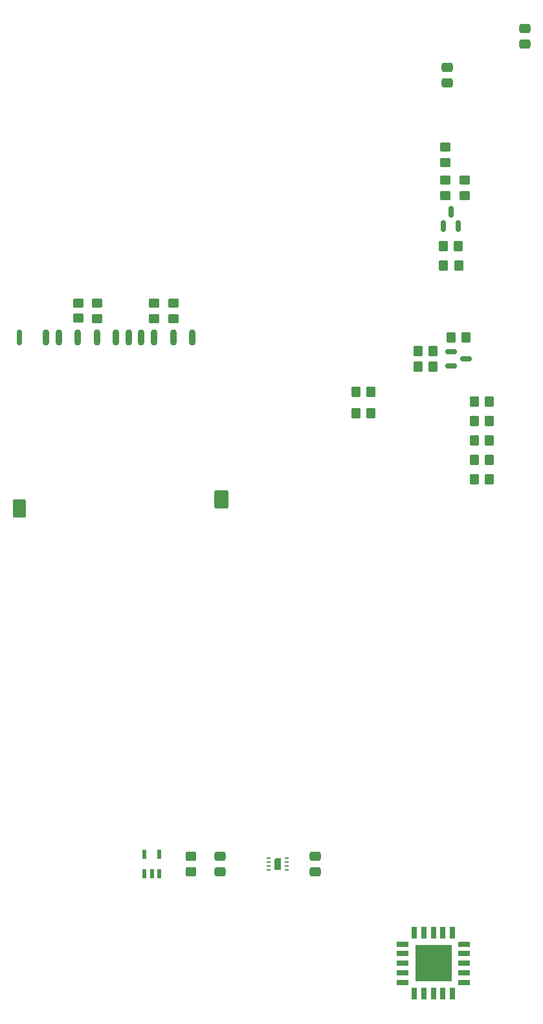
<source format=gbr>
%TF.GenerationSoftware,KiCad,Pcbnew,6.0.2+dfsg-1*%
%TF.CreationDate,2022-11-10T09:56:39+01:00*%
%TF.ProjectId,DL,444c2e6b-6963-4616-945f-706362585858,rev?*%
%TF.SameCoordinates,Original*%
%TF.FileFunction,Paste,Top*%
%TF.FilePolarity,Positive*%
%FSLAX46Y46*%
G04 Gerber Fmt 4.6, Leading zero omitted, Abs format (unit mm)*
G04 Created by KiCad (PCBNEW 6.0.2+dfsg-1) date 2022-11-10 09:56:39*
%MOMM*%
%LPD*%
G01*
G04 APERTURE LIST*
G04 Aperture macros list*
%AMRoundRect*
0 Rectangle with rounded corners*
0 $1 Rounding radius*
0 $2 $3 $4 $5 $6 $7 $8 $9 X,Y pos of 4 corners*
0 Add a 4 corners polygon primitive as box body*
4,1,4,$2,$3,$4,$5,$6,$7,$8,$9,$2,$3,0*
0 Add four circle primitives for the rounded corners*
1,1,$1+$1,$2,$3*
1,1,$1+$1,$4,$5*
1,1,$1+$1,$6,$7*
1,1,$1+$1,$8,$9*
0 Add four rect primitives between the rounded corners*
20,1,$1+$1,$2,$3,$4,$5,0*
20,1,$1+$1,$4,$5,$6,$7,0*
20,1,$1+$1,$6,$7,$8,$9,0*
20,1,$1+$1,$8,$9,$2,$3,0*%
%AMFreePoly0*
4,1,6,0.450000,-0.800000,-0.450000,-0.800000,-0.450000,0.530000,-0.180000,0.800000,0.450000,0.800000,0.450000,-0.800000,0.450000,-0.800000,$1*%
G04 Aperture macros list end*
%ADD10RoundRect,0.250000X0.350000X0.450000X-0.350000X0.450000X-0.350000X-0.450000X0.350000X-0.450000X0*%
%ADD11RoundRect,0.250000X-0.450000X0.350000X-0.450000X-0.350000X0.450000X-0.350000X0.450000X0.350000X0*%
%ADD12RoundRect,0.150000X-0.587500X-0.150000X0.587500X-0.150000X0.587500X0.150000X-0.587500X0.150000X0*%
%ADD13RoundRect,0.150000X0.150000X-0.587500X0.150000X0.587500X-0.150000X0.587500X-0.150000X-0.587500X0*%
%ADD14RoundRect,0.250000X0.450000X-0.350000X0.450000X0.350000X-0.450000X0.350000X-0.450000X-0.350000X0*%
%ADD15R,0.600000X1.150000*%
%ADD16RoundRect,0.250000X0.475000X-0.337500X0.475000X0.337500X-0.475000X0.337500X-0.475000X-0.337500X0*%
%ADD17RoundRect,0.250000X-0.350000X-0.450000X0.350000X-0.450000X0.350000X0.450000X-0.350000X0.450000X0*%
%ADD18RoundRect,0.250400X-0.149600X-0.749600X0.149600X-0.749600X0.149600X0.749600X-0.149600X0.749600X0*%
%ADD19RoundRect,0.249900X-0.100100X-0.750100X0.100100X-0.750100X0.100100X0.750100X-0.100100X0.750100X0*%
%ADD20RoundRect,0.250200X-0.649800X-0.949800X0.649800X-0.949800X0.649800X0.949800X-0.649800X0.949800X0*%
%ADD21RoundRect,0.249900X-0.600100X-0.950100X0.600100X-0.950100X0.600100X0.950100X-0.600100X0.950100X0*%
%ADD22R,0.800000X1.500000*%
%ADD23R,1.500000X0.800000*%
%ADD24R,4.800000X4.800000*%
%ADD25RoundRect,0.250000X-0.475000X0.337500X-0.475000X-0.337500X0.475000X-0.337500X0.475000X0.337500X0*%
%ADD26FreePoly0,0.000000*%
%ADD27R,0.550000X0.250000*%
G04 APERTURE END LIST*
D10*
%TO.C,R17*%
X81010000Y-85090000D03*
X79010000Y-85090000D03*
%TD*%
D11*
%TO.C,R14*%
X27178000Y-64561500D03*
X27178000Y-66561500D03*
%TD*%
%TO.C,R6*%
X75184000Y-44212000D03*
X75184000Y-46212000D03*
%TD*%
%TO.C,R12*%
X37146000Y-64593500D03*
X37146000Y-66593500D03*
%TD*%
D10*
%TO.C,R4*%
X73644000Y-72898000D03*
X71644000Y-72898000D03*
%TD*%
D12*
%TO.C,Q1*%
X76024500Y-70932000D03*
X76024500Y-72832000D03*
X77899500Y-71882000D03*
%TD*%
D13*
%TO.C,Q2*%
X74996000Y-54531500D03*
X76896000Y-54531500D03*
X75946000Y-52656500D03*
%TD*%
D14*
%TO.C,R1*%
X41910000Y-138922000D03*
X41910000Y-136922000D03*
%TD*%
D10*
%TO.C,R10*%
X65516000Y-79015000D03*
X63516000Y-79015000D03*
%TD*%
D11*
%TO.C,R11*%
X39624000Y-64593500D03*
X39624000Y-66593500D03*
%TD*%
D10*
%TO.C,R19*%
X81010000Y-80010000D03*
X79010000Y-80010000D03*
%TD*%
D15*
%TO.C,IC1*%
X35880000Y-139172000D03*
X36830000Y-139172000D03*
X37780000Y-139172000D03*
X37780000Y-136672000D03*
X35880000Y-136672000D03*
%TD*%
D16*
%TO.C,C1*%
X58166000Y-138959500D03*
X58166000Y-136884500D03*
%TD*%
D17*
%TO.C,R2*%
X71644000Y-70866000D03*
X73644000Y-70866000D03*
%TD*%
D11*
%TO.C,R7*%
X75184000Y-48530000D03*
X75184000Y-50530000D03*
%TD*%
D18*
%TO.C,J3*%
X39646000Y-69034000D03*
X37146000Y-69034000D03*
X33846000Y-69034000D03*
X32146000Y-69034000D03*
X29646000Y-69034000D03*
X27146000Y-69034000D03*
X24716000Y-69034000D03*
X23016000Y-69034000D03*
X42146000Y-69034000D03*
X35446000Y-69034000D03*
D19*
X19526000Y-69034000D03*
D20*
X45966000Y-90234000D03*
D21*
X19516000Y-91434000D03*
%TD*%
D22*
%TO.C,IC2*%
X76160000Y-146876000D03*
X74910000Y-146876000D03*
X73660000Y-146876000D03*
X72410000Y-146876000D03*
X71160000Y-146876000D03*
D23*
X69660000Y-148376000D03*
X69660000Y-149626000D03*
X69660000Y-150876000D03*
X69660000Y-152126000D03*
X69660000Y-153376000D03*
D22*
X71160000Y-154876000D03*
X72410000Y-154876000D03*
X73660000Y-154876000D03*
X74910000Y-154876000D03*
X76160000Y-154876000D03*
D23*
X77660000Y-153376000D03*
X77660000Y-152126000D03*
X77660000Y-150876000D03*
X77660000Y-149626000D03*
X77660000Y-148376000D03*
D24*
X73660000Y-150876000D03*
%TD*%
D25*
%TO.C,C3*%
X75438000Y-33760500D03*
X75438000Y-35835500D03*
%TD*%
D10*
%TO.C,R3*%
X77962000Y-69088000D03*
X75962000Y-69088000D03*
%TD*%
D17*
%TO.C,R15*%
X74930000Y-57150000D03*
X76930000Y-57150000D03*
%TD*%
D26*
%TO.C,U1*%
X53318500Y-137922000D03*
D27*
X52143500Y-137172000D03*
X52143500Y-137672000D03*
X52143500Y-138172000D03*
X52143500Y-138672000D03*
X54493500Y-138672000D03*
X54493500Y-138172000D03*
X54493500Y-137672000D03*
X54493500Y-137172000D03*
%TD*%
D25*
%TO.C,C4*%
X85598000Y-28680500D03*
X85598000Y-30755500D03*
%TD*%
D10*
%TO.C,R9*%
X65516000Y-76200000D03*
X63516000Y-76200000D03*
%TD*%
D16*
%TO.C,C2*%
X45720000Y-138959500D03*
X45720000Y-136884500D03*
%TD*%
D17*
%TO.C,R5*%
X74962000Y-59690000D03*
X76962000Y-59690000D03*
%TD*%
D10*
%TO.C,R16*%
X81010000Y-87630000D03*
X79010000Y-87630000D03*
%TD*%
%TO.C,R20*%
X81010000Y-77470000D03*
X79010000Y-77470000D03*
%TD*%
D11*
%TO.C,R13*%
X29646000Y-64593500D03*
X29646000Y-66593500D03*
%TD*%
D10*
%TO.C,R18*%
X81010000Y-82550000D03*
X79010000Y-82550000D03*
%TD*%
D14*
%TO.C,R8*%
X77724000Y-50535000D03*
X77724000Y-48535000D03*
%TD*%
M02*

</source>
